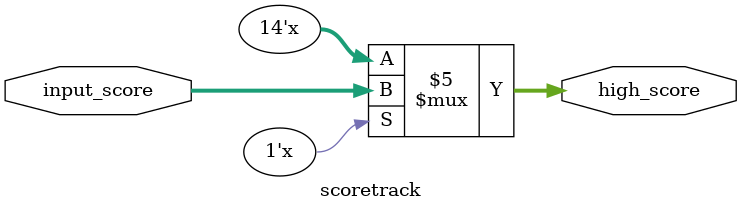
<source format=v>
`timescale 1ns / 1ps


module scoretrack(
    input wire [13:0]input_score,
    output reg [13:0]high_score = 0
    );
    always@(input_score)begin
        if(input_score > high_score) //if the current score is greater than the high score, then replace the high score
            high_score = input_score;
        else
            high_score = high_score; //otherwise don't change it
    end
    
endmodule

</source>
